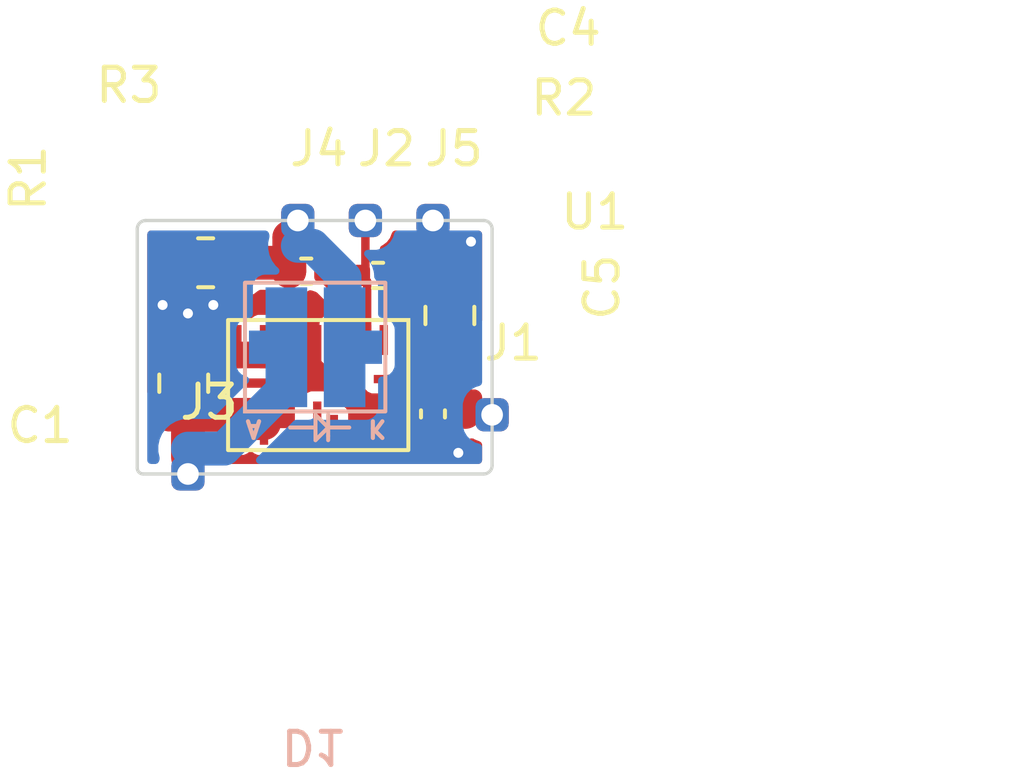
<source format=kicad_pcb>
(kicad_pcb (version 20240108) (generator "pcbnew") (generator_version "8.0")
  (layers (0 "F.Cu" signal) (1 "In1.Cu" signal) (2 "In2.Cu" signal) (31 "B.Cu" signal) (34 "B.Paste" user) (35 "F.Paste" user) (36 "B.SilkS" user "B.Silkscreen") (37 "F.SilkS" user "F.Silkscreen") (38 "B.Mask" user) (39 "F.Mask" user) (44 "Edge.Cuts" user))
  (net 0 "")
  (net 1 "/LED+")
  (net 2 "/GND")
  (net 3 "/VIN")
  (net 4 "/LED-")
  (net 5 "/EN")
  (net 6 "Net-(U1-FB)")
  (footprint "ProjectFootprints:MPM6010" (layer "F.Cu") (at 157.356 101.208 -90)
    (property "Reference" "U1" (at -5.2 -8.544 0) (layer "F.SilkS"))
    (property "Value" "MPM6010")
    (fp_rect (start -1.95 -2.94) (end 1.96 2.48) (stroke (width 0.12)) (fill none) (layer "F.SilkS"))
    (pad "1" smd rect (at -1.35 -2.2 270) (size 0.9 0.25) (layers "F.Cu" "F.Paste" "F.Mask"))
    (pad "2" smd rect (at -1.35 -1.7 270) (size 0.9 0.25) (layers "F.Cu" "F.Paste" "F.Mask") (net 5 "/EN"))
    (pad "3" smd rect (at -1.35 -1.2 270) (size 0.9 0.25) (layers "F.Cu" "F.Paste" "F.Mask") (net 6 "Net-(U1-FB)"))
    (pad "4" smd rect (at -1.35 -0.7 270) (size 0.9 0.25) (layers "F.Cu" "F.Paste" "F.Mask"))
    (pad "5" smd rect (at -1.15 -0.2 270) (size 1.3 0.25) (layers "F.Cu" "F.Paste" "F.Mask") (net 2 "/GND"))
    (pad "8" smd rect (at -1.15 0.6 270) (size 1.3 0.25) (layers "F.Cu" "F.Paste" "F.Mask"))
    (pad "8" smd rect (at -1.15 1.4 270) (size 1.3 0.25) (layers "F.Cu" "F.Paste" "F.Mask"))
    (pad "8" smd rect (at -1.15 2.2 270) (size 1.3 0.25) (layers "F.Cu" "F.Paste" "F.Mask"))
    (pad "8" smd rect (at -0.9 1.4 270) (size 0.8 1.85) (layers "F.Cu" "F.Paste" "F.Mask"))
    (pad "9" smd rect (at 0.9 1.4 270) (size 0.8 1.85) (layers "F.Cu" "F.Paste" "F.Mask") (net 1 "/LED+"))
    (pad "9" smd rect (at 1.15 0.6 270) (size 1.3 0.25) (layers "F.Cu" "F.Paste" "F.Mask") (net 1 "/LED+"))
    (pad "9" smd rect (at 1.15 1.4 270) (size 1.3 0.25) (layers "F.Cu" "F.Paste" "F.Mask") (net 1 "/LED+"))
    (pad "9" smd rect (at 1.15 2.2 270) (size 1.3 0.25) (layers "F.Cu" "F.Paste" "F.Mask") (net 1 "/LED+"))
    (pad "12" smd rect (at 1.15 -0.2 270) (size 1.3 0.25) (layers "F.Cu" "F.Paste" "F.Mask"))
    (pad "13" smd rect (at 1.35 -0.7 270) (size 0.9 0.25) (layers "F.Cu" "F.Paste" "F.Mask"))
    (pad "14" smd rect (at 1.35 -1.7 270) (size 0.9 0.25) (layers "F.Cu" "F.Paste" "F.Mask") (net 2 "/GND"))
    (pad "15" smd rect (at 1.35 -2.2 270) (size 0.9 0.25) (layers "F.Cu" "F.Paste" "F.Mask") (net 2 "/GND"))
    (pad "16" smd rect (at -0.175 -2.35) (size 0.9 0.25) (layers "F.Cu" "F.Paste" "F.Mask") (net 3 "/VIN"))
  )
  (footprint "Capacitor_SMD:C_0402_1005Metric" (layer "F.Cu") (at 161.036 102.08 -90)
    (property "Reference" "C5" (at -3.81 -5.08 90) (layer "F.SilkS"))
    (property "Value" "0.1uF 50V")
    (fp_line (start -0.107836 0.36) (end 0.107836 0.36) (stroke (width 0.12)) (layer "F.SilkS"))
    (fp_line (start -0.107836 -0.36) (end 0.107836 -0.36) (stroke (width 0.12)) (layer "F.SilkS"))
    (pad "1" smd roundrect (at -0.48 0 270) (size 0.56 0.62) (layers "F.Cu" "F.Paste" "F.Mask") (net 3 "/VIN"))
    (pad "2" smd roundrect (at 0.48 0 270) (size 0.56 0.62) (layers "F.Cu" "F.Paste" "F.Mask") (net 2 "/GND"))
  )
  (footprint "ProjectFootprints:One_PTH" (layer "F.Cu") (at 163.068 102.108)
    (property "Reference" "J1" (at 0.381 -2.159 0) (layer "F.SilkS"))
    (property "Value" "Conn_01x01")
    (pad "1" thru_hole roundrect (at -0.254 0) (size 1 1) (drill 0.65) (layers "*.Cu" "*.Mask") (net 3 "/VIN"))
  )
  (footprint "Capacitor_SMD:C_0805_2012Metric" (layer "F.Cu") (at 153.543 101.158 90)
    (property "Reference" "C1" (at -1.27 -4.318 0) (layer "F.SilkS"))
    (property "Value" "10uF 50V")
    (fp_line (start -0.261252 -0.735) (end 0.261252 -0.735) (stroke (width 0.12)) (layer "F.SilkS"))
    (fp_line (start -0.261252 0.735) (end 0.261252 0.735) (stroke (width 0.12)) (layer "F.SilkS"))
    (pad "1" smd roundrect (at -0.95 0 90) (size 1 1.45) (layers "F.Cu" "F.Paste" "F.Mask") (net 1 "/LED+"))
    (pad "2" smd roundrect (at 0.95 0 90) (size 1 1.45) (layers "F.Cu" "F.Paste" "F.Mask") (net 2 "/GND"))
  )
  (footprint "ProjectFootprints:One_PTH" (layer "F.Cu") (at 153.924 103.886)
    (property "Reference" "J3" (at 0.381 -2.159 0) (layer "F.SilkS"))
    (property "Value" "Conn_01x01")
    (pad "1" thru_hole roundrect (at -0.254 0) (size 1 1) (drill 0.65) (layers "*.Cu" "*.Mask") (net 1 "/LED+"))
  )
  (footprint "ProjectFootprints:One_PTH" (layer "F.Cu") (at 159.258 96.266)
    (property "Reference" "J2" (at 0.381 -2.159 0) (layer "F.SilkS"))
    (property "Value" "Conn_01x01")
    (pad "1" thru_hole roundrect (at -0.254 0) (size 1 1) (drill 0.65) (layers "*.Cu" "*.Mask") (net 5 "/EN"))
  )
  (footprint "Resistor_SMD:R_0402_1005Metric" (layer "F.Cu") (at 159.385 97.917 180)
    (property "Reference" "R2" (at -5.586 5.334 0) (layer "F.SilkS"))
    (property "Value" "1 M")
    (fp_line (start -0.153641 0.38) (end 0.153641 0.38) (stroke (width 0.12)) (layer "F.SilkS"))
    (fp_line (start -0.153641 -0.38) (end 0.153641 -0.38) (stroke (width 0.12)) (layer "F.SilkS"))
    (pad "1" smd roundrect (at -0.51 0 180) (size 0.54 0.64) (layers "F.Cu" "F.Paste" "F.Mask") (net 3 "/VIN"))
    (pad "2" smd roundrect (at 0.51 0 180) (size 0.54 0.64) (layers "F.Cu" "F.Paste" "F.Mask") (net 5 "/EN"))
  )
  (footprint "Capacitor_SMD:C_0805_2012Metric" (layer "F.Cu") (at 161.544 99.121 90)
    (property "Reference" "C4" (at 8.636 3.556 0) (layer "F.SilkS"))
    (property "Value" "10uF 50V")
    (fp_line (start -0.261252 -0.735) (end 0.261252 -0.735) (stroke (width 0.12)) (layer "F.SilkS"))
    (fp_line (start -0.261252 0.735) (end 0.261252 0.735) (stroke (width 0.12)) (layer "F.SilkS"))
    (pad "1" smd roundrect (at -0.95 0 90) (size 1 1.45) (layers "F.Cu" "F.Paste" "F.Mask") (net 3 "/VIN"))
    (pad "2" smd roundrect (at 0.95 0 90) (size 1 1.45) (layers "F.Cu" "F.Paste" "F.Mask") (net 2 "/GND"))
  )
  (footprint "Resistor_SMD:R_0805_2012Metric" (layer "F.Cu") (at 154.2015 97.536 180)
    (property "Reference" "R1" (at 5.334 2.54 90) (layer "F.SilkS"))
    (property "Value" "0.68 1/2 W")
    (fp_line (start -0.227064 0.735) (end 0.227064 0.735) (stroke (width 0.12)) (layer "F.SilkS"))
    (fp_line (start -0.227064 -0.735) (end 0.227064 -0.735) (stroke (width 0.12)) (layer "F.SilkS"))
    (pad "1" smd roundrect (at -0.9125 0 180) (size 1.025 1.4) (layers "F.Cu" "F.Paste" "F.Mask") (roundrect_rratio 0.243902439) (net 4 "/LED-"))
    (pad "2" smd roundrect (at 0.9125 0 180) (size 1.025 1.4) (layers "F.Cu" "F.Paste" "F.Mask") (roundrect_rratio 0.243902439) (net 2 "/GND"))
  )
  (footprint "Resistor_SMD:R_0402_1005Metric" (layer "F.Cu") (at 157.226 97.79 180)
    (property "Reference" "R3" (at 5.332 5.588 0) (layer "F.SilkS"))
    (property "Value" "100k")
    (fp_line (start -0.153641 0.38) (end 0.153641 0.38) (stroke (width 0.12)) (layer "F.SilkS"))
    (fp_line (start -0.153641 -0.38) (end 0.153641 -0.38) (stroke (width 0.12)) (layer "F.SilkS"))
    (pad "1" smd roundrect (at -0.51 0 180) (size 0.54 0.64) (layers "F.Cu" "F.Paste" "F.Mask") (net 6 "Net-(U1-FB)"))
    (pad "2" smd roundrect (at 0.51 0 180) (size 0.54 0.64) (layers "F.Cu" "F.Paste" "F.Mask") (net 4 "/LED-"))
  )
  (footprint "ProjectFootprints:One_PTH" (layer "F.Cu") (at 157.226 96.266)
    (property "Reference" "J4" (at 0.381 -2.159 0) (layer "F.SilkS"))
    (property "Value" "Conn_01x01")
    (pad "1" thru_hole roundrect (at -0.254 0) (size 1 1) (drill 0.65) (layers "*.Cu" "*.Mask") (net 4 "/LED-"))
  )
  (footprint "ProjectFootprints:One_PTH" (layer "F.Cu") (at 161.29 96.266)
    (property "Reference" "J5" (at 0.381 -2.159 0) (layer "F.SilkS"))
    (property "Value" "Conn_01x01")
    (pad "1" thru_hole roundrect (at -0.254 0) (size 1 1) (drill 0.65) (layers "*.Cu" "*.Mask") (net 2 "/GND"))
  )
  (footprint "ProjectFootprints:ZEUBE265-1DA" (layer "B.Cu") (at 157.503999 100.076)
    (property "Reference" "D1" (at -0.04 12 180) (layer "B.SilkS") (effects (justify mirror)))
    (property "Value" "265 nm UVC 70 mW")
    (fp_line (start 0 2.032) (end 0.381 2.413) (stroke (width 0.12)) (layer "B.SilkS"))
    (fp_line (start 0 2.413) (end -0.762 2.413) (stroke (width 0.12)) (layer "B.SilkS"))
    (fp_line (start 0 2.794) (end 0 2.032) (stroke (width 0.12)) (layer "B.SilkS"))
    (fp_line (start 0.381 2.032) (end 0.381 2.667) (stroke (width 0.12)) (layer "B.SilkS"))
    (fp_line (start 0.381 2.413) (end 0 2.794) (stroke (width 0.12)) (layer "B.SilkS"))
    (fp_line (start 0.381 2.413) (end 1.016 2.413) (stroke (width 0.12)) (layer "B.SilkS"))
    (fp_line (start 0.381 2.667) (end 0.381 2.794) (stroke (width 0.12)) (layer "B.SilkS"))
    (fp_rect (start -2.12 1.93) (end 2.1 -1.94) (stroke (width 0.12)) (fill none) (layer "B.SilkS"))
    (fp_text user "A" (at -2.159 2.159 180) (layer "B.SilkS") (effects (font (size 0.5 0.5) (thickness 0.125) (bold yes)) (justify left bottom mirror)))
    (fp_text user "K" (at 1.524 2.159 180) (layer "B.SilkS") (effects (font (size 0.5 0.5) (thickness 0.125)) (justify left bottom mirror)))
    (pad "1" smd rect (at 0.875 0) (size 1.25 3.6) (layers "B.Cu" "B.Paste" "B.Mask") (net 4 "/LED-"))
    (pad "1" smd rect (at 1.5 0) (size 1 1) (layers "B.Cu" "B.Paste" "B.Mask") (net 4 "/LED-"))
    (pad "2" smd rect (at -1.5 0) (size 1 1) (layers "B.Cu" "B.Paste" "B.Mask") (net 1 "/LED+"))
    (pad "2" smd rect (at -0.875 0) (size 1.25 3.6) (layers "B.Cu" "B.Paste" "B.Mask") (net 1 "/LED+"))
  )
  (gr_line (start 152.4 96.266) (end 162.56 96.266) (stroke (width 0.1)) (layer "Edge.Cuts"))
  (gr_line (start 162.56 103.886) (end 152.325605 103.886) (stroke (width 0.1)) (layer "Edge.Cuts"))
  (gr_arc (start 152.325605 103.886) (mid 152.198605 103.833395) (end 152.146 103.706395) (stroke (width 0.1)) (layer "Edge.Cuts"))
  (gr_line (start 152.146 103.706395) (end 152.146 96.52) (stroke (width 0.1)) (layer "Edge.Cuts"))
  (gr_line (start 162.814 96.52) (end 162.814 103.632) (stroke (width 0.1)) (layer "Edge.Cuts"))
  (gr_arc (start 162.814 103.632) (mid 162.739605 103.811605) (end 162.56 103.886) (stroke (width 0.1)) (layer "Edge.Cuts"))
  (gr_arc (start 162.56 96.266) (mid 162.739608 96.340393) (end 162.814 96.52) (stroke (width 0.1)) (layer "Edge.Cuts"))
  (gr_arc (start 152.146 96.52) (mid 152.220395 96.340395) (end 152.4 96.266) (stroke (width 0.1)) (layer "Edge.Cuts"))
  (segment (start 153.67 102.108) (end 153.67 103.378) (width 1.016) (layer "F.Cu") (net 1))
  (segment (start 153.67 102.108) (end 155.956 102.108) (width 1.016) (layer "F.Cu") (net 1))
  (segment (start 155.156 102.358) (end 155.956 102.358) (width 1.016) (layer "F.Cu") (net 1))
  (segment (start 154.755999 103.124) (end 153.67 103.124) (width 1.016) (layer "B.Cu") (net 1))
  (segment (start 156.628999 101.251) (end 154.755999 103.124) (width 1.016) (layer "B.Cu") (net 1))
  (segment (start 156.628999 100.076) (end 156.628999 101.251) (width 1.016) (layer "B.Cu") (net 1))
  (segment (start 161.726988 103.250988) (end 161.797976 103.250988) (width 0.508) (layer "F.Cu") (net 2))
  (segment (start 161.356 97.723982) (end 162.178982 96.901) (width 0.508) (layer "F.Cu") (net 2))
  (segment (start 161.036 102.56) (end 161.726988 103.250988) (width 0.508) (layer "F.Cu") (net 2))
  (segment (start 153.67 100.208) (end 153.67 99.060154) (width 0.508) (layer "F.Cu") (net 2))
  (segment (start 161.356 98.364) (end 161.356 97.723982) (width 0.508) (layer "F.Cu") (net 2))
  (segment (start 152.908094 98.806144) (end 152.908 98.80605) (width 0.508) (layer "F.Cu") (net 2))
  (segment (start 154.432072 98.806144) (end 152.908094 98.806144) (width 0.508) (layer "F.Cu") (net 2))
  (via (at 152.908 98.80605) (size 0.635) (drill 0.29972) (layers "F.Cu" "B.Cu") (net 2))
  (via (at 154.432072 98.806144) (size 0.635) (drill 0.29972) (layers "F.Cu" "B.Cu") (net 2))
  (via (at 153.67 99.060154) (size 0.635) (drill 0.29972) (layers "F.Cu" "B.Cu") (net 2))
  (via (at 161.797976 103.250988) (size 0.635) (drill 0.29972) (layers "F.Cu" "B.Cu") (net 2))
  (via (at 162.178982 96.901) (size 0.635) (drill 0.29972) (layers "F.Cu" "B.Cu") (net 2))
  (segment (start 160.97 100.264) (end 161.544 100.264) (width 0.254) (layer "F.Cu") (net 3))
  (segment (start 160.469 101.033) (end 161.036 101.6) (width 0.254) (layer "F.Cu") (net 3))
  (segment (start 161.544 99.701538) (end 161.544 100.264) (width 0.254) (layer "F.Cu") (net 3))
  (segment (start 160.274 101.033) (end 160.469 101.033) (width 0.254) (layer "F.Cu") (net 3))
  (segment (start 159.706 101.033) (end 160.775 101.033) (width 0.254) (layer "F.Cu") (net 3))
  (segment (start 161.036 101.6) (end 162.26028 101.6) (width 0.508) (layer "F.Cu") (net 3))
  (segment (start 160.274 99.568) (end 160.97 100.264) (width 0.254) (layer "F.Cu") (net 3))
  (segment (start 162.26028 101.6) (end 162.26028 102.108) (width 0.508) (layer "F.Cu") (net 3))
  (segment (start 161.018253 101.033) (end 162.00628 102.021027) (width 1.016) (layer "F.Cu") (net 3))
  (segment (start 160.274 101.033) (end 160.775 101.033) (width 1.016) (layer "F.Cu") (net 3))
  (segment (start 160.274 98.296) (end 160.274 99.568) (width 0.254) (layer "F.Cu") (net 3))
  (segment (start 159.706 101.033) (end 160.274 101.033) (width 0.254) (layer "F.Cu") (net 3))
  (segment (start 160.775 101.033) (end 161.018253 101.033) (width 1.016) (layer "F.Cu") (net 3))
  (segment (start 160.775 101.033) (end 161.544 100.264) (width 1.016) (layer "F.Cu") (net 3))
  (segment (start 159.895 97.917) (end 160.274 98.296) (width 0.254) (layer "F.Cu") (net 3))
  (segment (start 156.462 97.536) (end 156.716 97.79) (width 1.016) (layer "F.Cu") (net 4))
  (segment (start 156.716 97.79) (end 156.716 97.205) (width 1.016) (layer "F.Cu") (net 4))
  (segment (start 156.716 97.79) (end 156.716 96.774) (width 1.016) (layer "F.Cu") (net 4))
  (segment (start 156.716 97.205) (end 156.893 97.028) (width 1.016) (layer "F.Cu") (net 4))
  (segment (start 156.716 96.774) (end 156.972 96.774) (width 1.016) (layer "F.Cu") (net 4))
  (segment (start 155.3445 97.536) (end 156.462 97.536) (width 1.016) (layer "F.Cu") (net 4))
  (segment (start 158.378999 97.985) (end 157.421999 97.028) (width 1.016) (layer "B.Cu") (net 4))
  (segment (start 157.421999 97.028) (end 156.972 97.028) (width 1.016) (layer "B.Cu") (net 4))
  (segment (start 158.378999 100.076) (end 158.378999 97.985) (width 1.016) (layer "B.Cu") (net 4))
  (segment (start 159.056 98.098) (end 158.875 97.917) (width 0.254) (layer "F.Cu") (net 5))
  (segment (start 159.056 99.858) (end 159.056 98.098) (width 0.254) (layer "F.Cu") (net 5))
  (segment (start 158.875 97.917) (end 159.004 97.788) (width 0.254) (layer "F.Cu") (net 5))
  (segment (start 159.004 97.788) (end 159.004 96.647) (width 0.254) (layer "F.Cu") (net 5))
  (segment (start 158.556 99.858) (end 158.556 98.825367) (width 0.254) (layer "F.Cu") (net 6))
  (segment (start 158.556 98.825367) (end 157.736 98.005367) (width 0.254) (layer "F.Cu") (net 6))
  (segment (start 157.736 98.005367) (end 157.736 97.79) (width 0.254) (layer "F.Cu") (net 6))
  (zone (net 2) (net_name "/GND") (layer "F.Cu") (connect_pads yes (clearance 0.3048)) (min_thickness 0.2286) (fill yes (thermal_gap 0.381) (thermal_bridge_width 0.381))
    (polygon (pts (xy 151.638 95.25) (xy 163.576 95.25) (xy 163.576 104.648) (xy 151.638 104.648)))
  )
  (zone (net 0) (net_name "") (layers "F.Cu" "In1.Cu" "In2.Cu" "B.Cu" "Edge.Cuts") (connect_pads yes (clearance 0)) (min_thickness 0.2286)
    (keepout (tracks not_allowed) (vias not_allowed) (pads allowed) (copperpour not_allowed) (footprints allowed))
    (fill (thermal_gap 0.381) (thermal_bridge_width 0.381))
    (polygon (pts (xy 157.926001 100.844999) (xy 158.676 100.845) (xy 158.676001 101.271001) (xy 157.926 101.270999)))
  )
  (zone (net 2) (net_name "/GND") (layer "B.Cu") (priority 3) (connect_pads yes (clearance 0.381)) (min_thickness 0.2286) (fill yes (thermal_gap 0.381) (thermal_bridge_width 0.381))
    (polygon (pts (xy 150.876 94.488) (xy 164.338 94.488) (xy 164.338 105.41) (xy 150.876 105.41)))
  )
)
</source>
